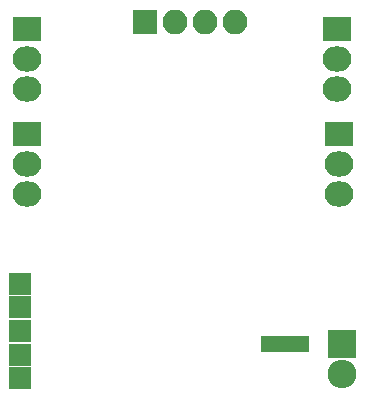
<source format=gts>
G04 #@! TF.FileFunction,Soldermask,Top*
%FSLAX46Y46*%
G04 Gerber Fmt 4.6, Leading zero omitted, Abs format (unit mm)*
G04 Created by KiCad (PCBNEW 4.0.2+dfsg1-stable) date Fri 12 May 2017 22:14:46 AEST*
%MOMM*%
G01*
G04 APERTURE LIST*
%ADD10C,0.100000*%
%ADD11R,2.432000X2.127200*%
%ADD12O,2.432000X2.127200*%
%ADD13R,2.432000X2.432000*%
%ADD14O,2.432000X2.432000*%
%ADD15R,1.900000X1.900000*%
%ADD16R,1.400000X1.400000*%
%ADD17R,2.100000X2.100000*%
%ADD18O,2.100000X2.100000*%
G04 APERTURE END LIST*
D10*
D11*
X190754000Y-105156000D03*
D12*
X190754000Y-107696000D03*
X190754000Y-110236000D03*
D13*
X217424000Y-122936000D03*
D14*
X217424000Y-125476000D03*
D11*
X216990000Y-96266000D03*
D12*
X216990000Y-98806000D03*
X216990000Y-101346000D03*
D11*
X217170000Y-105156000D03*
D12*
X217170000Y-107696000D03*
X217170000Y-110236000D03*
D11*
X190754000Y-96266000D03*
D12*
X190754000Y-98806000D03*
X190754000Y-101346000D03*
D15*
X190119000Y-123825000D03*
X190119000Y-121825000D03*
X190119000Y-119825000D03*
X190119000Y-117825000D03*
X190119000Y-125825000D03*
D16*
X211248000Y-122936000D03*
X213948000Y-122936000D03*
X212598000Y-122936000D03*
D17*
X200672700Y-95631000D03*
D18*
X203212700Y-95631000D03*
X205752700Y-95631000D03*
X208292700Y-95631000D03*
M02*

</source>
